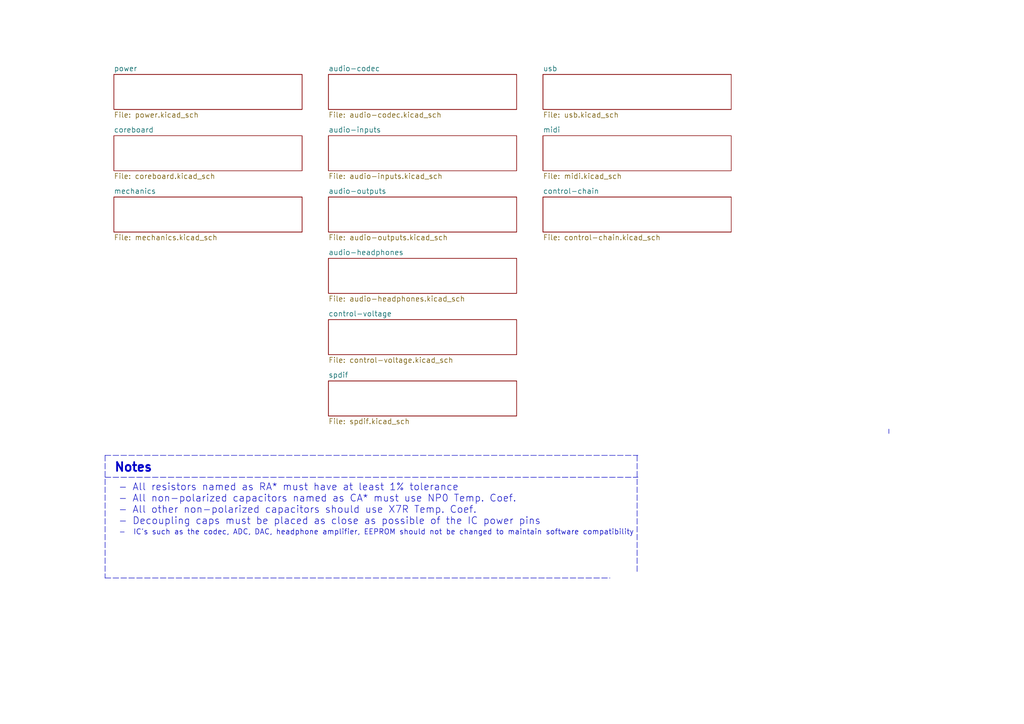
<source format=kicad_sch>
(kicad_sch (version 20211123) (generator eeschema)
  (paper "A4")
  (title_block (title "MOD DuoX - Bottom Board") (date "2021-11-11") (rev "Rev 1.05") (company "MOD Devices GmbH") (comment 1 "DuoX Audio processing board") (comment 2 "https://github.com/moddevices/mod-hw-duoX") (comment 3 "Inp Power: 12V 700mA") (comment 4 "USB outp Power: 500mA"))
  (lib_symbols)
  (polyline (pts (xy 30.48 167.64) (xy 176.911 167.64)))
  (polyline (pts (xy 30.48 132.08) (xy 185.039 132.08)))
  (polyline (pts (xy 30.48 132.08) (xy 30.48 167.64)))
  (polyline (pts (xy 184.785 132.08) (xy 184.785 165.862)))
  (polyline (pts (xy 257.81 125.73) (xy 257.81 124.46)))
  (polyline (pts (xy 30.48 138.43) (xy 185.039 138.43)))
  (text "-  IC's such as the codec, ADC, DAC, headphone amplifier, EEPROM should not be changed to maintain software compatibility" (at 34.417 155.321 0) (effects (font (size 1.524 1.524)) (justify left bottom)))
  (text "- All resistors named as RA* must have at least 1% tolerance\n- All non-polarized capacitors named as CA* must use NP0 Temp. Coef.\n- All other non-polarized capacitors should use X7R Temp. Coef.\n- Decoupling caps must be placed as close as possible of the IC power pins" (at 34.29 152.4 0) (effects (font (size 2.032 2.032)) (justify left bottom)))
  (text "Notes\n" (at 33.02 137.16 0) (effects (font (size 2.54 2.54) (thickness 0.508) bold) (justify left bottom)))
  (sheet (at 33.02 21.59) (size 54.61 10.16)
    (property "Sheet name" "power" (at 33.02 20.7514 0) (effects (font (size 1.524 1.524)) (justify left bottom)))
    (property "Sheet file" "power.kicad_sch" (at 33.02 32.4362 0) (effects (font (size 1.524 1.524)) (justify left top)))
  )
  (sheet (at 33.02 39.37) (size 54.61 10.16)
    (property "Sheet name" "coreboard" (at 33.02 38.5314 0) (effects (font (size 1.524 1.524)) (justify left bottom)))
    (property "Sheet file" "coreboard.kicad_sch" (at 33.02 50.2162 0) (effects (font (size 1.524 1.524)) (justify left top)))
  )
  (sheet (at 95.25 21.59) (size 54.61 10.16)
    (property "Sheet name" "audio-codec" (at 95.25 20.7514 0) (effects (font (size 1.524 1.524)) (justify left bottom)))
    (property "Sheet file" "audio-codec.kicad_sch" (at 95.25 32.4362 0) (effects (font (size 1.524 1.524)) (justify left top)))
  )
  (sheet (at 95.25 39.37) (size 54.61 10.16)
    (property "Sheet name" "audio-inputs" (at 95.25 38.5314 0) (effects (font (size 1.524 1.524)) (justify left bottom)))
    (property "Sheet file" "audio-inputs.kicad_sch" (at 95.25 50.2162 0) (effects (font (size 1.524 1.524)) (justify left top)))
  )
  (sheet (at 95.25 57.15) (size 54.61 10.16)
    (property "Sheet name" "audio-outputs" (at 95.25 56.3114 0) (effects (font (size 1.524 1.524)) (justify left bottom)))
    (property "Sheet file" "audio-outputs.kicad_sch" (at 95.25 67.9962 0) (effects (font (size 1.524 1.524)) (justify left top)))
  )
  (sheet (at 95.25 74.93) (size 54.61 10.16)
    (property "Sheet name" "audio-headphones" (at 95.25 74.0914 0) (effects (font (size 1.524 1.524)) (justify left bottom)))
    (property "Sheet file" "audio-headphones.kicad_sch" (at 95.25 85.7762 0) (effects (font (size 1.524 1.524)) (justify left top)))
  )
  (sheet (at 157.48 21.59) (size 54.61 10.16)
    (property "Sheet name" "usb" (at 157.48 20.7514 0) (effects (font (size 1.524 1.524)) (justify left bottom)))
    (property "Sheet file" "usb.kicad_sch" (at 157.48 32.4362 0) (effects (font (size 1.524 1.524)) (justify left top)))
  )
  (sheet (at 157.48 39.37) (size 54.61 10.16)
    (property "Sheet name" "midi" (at 157.48 38.5314 0) (effects (font (size 1.524 1.524)) (justify left bottom)))
    (property "Sheet file" "midi.kicad_sch" (at 157.48 50.2162 0) (effects (font (size 1.524 1.524)) (justify left top)))
  )
  (sheet (at 157.48 57.15) (size 54.61 10.16)
    (property "Sheet name" "control-chain" (at 157.48 56.3114 0) (effects (font (size 1.524 1.524)) (justify left bottom)))
    (property "Sheet file" "control-chain.kicad_sch" (at 157.48 67.9962 0) (effects (font (size 1.524 1.524)) (justify left top)))
  )
  (sheet (at 33.02 57.15) (size 54.61 10.16)
    (property "Sheet name" "mechanics" (at 33.02 56.3114 0) (effects (font (size 1.524 1.524)) (justify left bottom)))
    (property "Sheet file" "mechanics.kicad_sch" (at 33.02 67.9962 0) (effects (font (size 1.524 1.524)) (justify left top)))
  )
  (sheet (at 95.25 92.71) (size 54.61 10.16)
    (property "Sheet name" "control-voltage" (at 95.25 91.8714 0) (effects (font (size 1.524 1.524)) (justify left bottom)))
    (property "Sheet file" "control-voltage.kicad_sch" (at 95.25 103.5562 0) (effects (font (size 1.524 1.524)) (justify left top)))
  )
  (sheet (at 95.25 110.49) (size 54.61 10.16)
    (property "Sheet name" "spdif" (at 95.25 109.6514 0) (effects (font (size 1.524 1.524)) (justify left bottom)))
    (property "Sheet file" "spdif.kicad_sch" (at 95.25 121.3362 0) (effects (font (size 1.524 1.524)) (justify left top)))
  )
)
</source>
